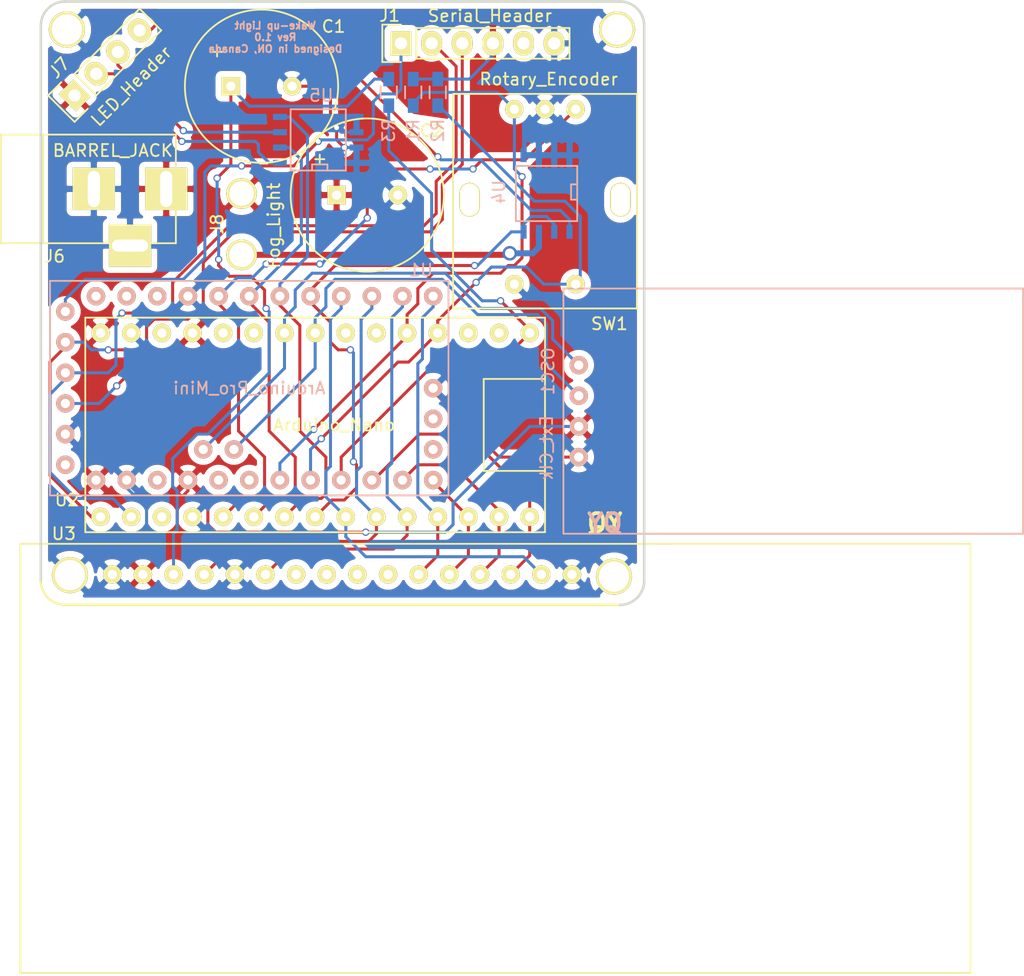
<source format=kicad_pcb>
(kicad_pcb (version 4) (host pcbnew 4.0.1-stable)
  (layers (0 F.Cu signal) (31 B.Cu signal) (34 B.Paste user hide) (35 F.Paste user hide) (36 B.SilkS user) (37 F.SilkS user) (38 B.Mask user hide) (39 F.Mask user hide) (44 Edge.Cuts user hide))
  (net 0 "")
  (net 1 "Net-(C1-Pad1)")
  (net 2 GND)
  (net 3 +12V)
  (net 4 "Net-(J1-Pad1)")
  (net 5 /RX)
  (net 6 /TX)
  (net 7 +5V)
  (net 8 "Net-(J1-Pad5)")
  (net 9 /SCL)
  (net 10 /SDA)
  (net 11 /A1)
  (net 12 /A0)
  (net 13 /D13)
  (net 14 /D2)
  (net 15 "Net-(U1-Pad2)")
  (net 16 "Net-(U1-Pad3)")
  (net 17 /D10)
  (net 18 /D11)
  (net 19 /D12)
  (net 20 "Net-(U1-Pad10)")
  (net 21 "Net-(U1-Pad11)")
  (net 22 "Net-(U1-Pad13)")
  (net 23 "Net-(U1-Pad24)")
  (net 24 /D3)
  (net 25 /D4)
  (net 26 /D5)
  (net 27 /D6)
  (net 28 /D7)
  (net 29 /D8)
  (net 30 /D9)
  (net 31 "Net-(U2-Pad3)")
  (net 32 "Net-(U2-Pad17)")
  (net 33 "Net-(U2-Pad18)")
  (net 34 "Net-(U2-Pad21)")
  (net 35 "Net-(U2-Pad22)")
  (net 36 "Net-(U2-Pad25)")
  (net 37 "Net-(U2-Pad26)")
  (net 38 "Net-(U2-Pad28)")
  (net 39 "Net-(U3-Pad7)")
  (net 40 "Net-(U3-Pad8)")
  (net 41 "Net-(U3-Pad9)")
  (net 42 "Net-(U3-Pad10)")
  (net 43 "Net-(J7-Pad2)")
  (net 44 "Net-(J7-Pad3)")
  (net 45 "Net-(J7-Pad4)")
  (net 46 "Net-(U1-Pad22)")
  (net 47 "Net-(U1-Pad23)")
  (net 48 /FogLightReturn)
  (module "wakeuplight rev1:Cap_Fat_1000uF_25V" (layer F.Cu) (at 81.407 70.358)
    (fp_text reference C2 (at 7.874 -6.604) (layer F.SilkS))
    (fp_text value CP hide)
    (fp_text user + (at -1.397 -4.318) (layer F.SilkS))
    (pad 1 thru_hole rect (at 0 -1.27) (size 1.524 1.524) (drill 0.762) (layers *.Cu *.Mask F.SilkS) (net 3 +12V))
    (pad 2 thru_hole circle (at 5.08 -1.27) (size 1.524 1.524) (drill 0.762) (layers *.Cu *.Mask F.SilkS) (net 2 GND))
  )
  (module Pin_Headers:Pin_Header_Straight_1x04 (layer F.Cu) (at 59.69 60.833 135)
    (fp_text reference J7 (at 2.514472 0.71842 225) (layer F.SilkS))
    (fp_text value LED_Header (at -2.783879 3.86151 225) (layer F.SilkS))
    (pad 1 thru_hole rect (at 0 0 135) (size 2.032 1.7272) (drill 1.016) (layers *.Cu *.Mask F.SilkS) (net 3 +12V))
    (pad 2 thru_hole oval (at 0 2.54 135) (size 2.032 1.7272) (drill 1.016) (layers *.Cu *.Mask F.SilkS) (net 43 "Net-(J7-Pad2)"))
    (pad 3 thru_hole oval (at 0 5.08 135) (size 2.032 1.7272) (drill 1.016) (layers *.Cu *.Mask F.SilkS) (net 44 "Net-(J7-Pad3)"))
    (pad 4 thru_hole oval (at 0 7.62 135) (size 2.032 1.7272) (drill 1.016) (layers *.Cu *.Mask F.SilkS) (net 45 "Net-(J7-Pad4)"))
  )
  (module "wakeuplight rev1:Arduino_Nano" (layer F.Cu) (at 80.899 86.868)
    (fp_text reference U2 (at -21.844 7.493) (layer F.SilkS))
    (fp_text value Arduino_Nano (at 0.3048 1.27) (layer F.SilkS))
    (pad 1 thru_hole circle (at -19.05 8.89) (size 1.524 1.524) (drill 0.762) (layers *.Cu *.Mask F.SilkS) (net 6 /TX))
    (pad 2 thru_hole circle (at -16.51 8.89) (size 1.524 1.524) (drill 0.762) (layers *.Cu *.Mask F.SilkS) (net 5 /RX))
    (pad 3 thru_hole circle (at -13.97 8.89) (size 1.524 1.524) (drill 0.762) (layers *.Cu *.Mask F.SilkS) (net 31 "Net-(U2-Pad3)"))
    (pad 4 thru_hole circle (at -11.43 8.89) (size 1.524 1.524) (drill 0.762) (layers *.Cu *.Mask F.SilkS) (net 2 GND))
    (pad 5 thru_hole circle (at -8.89 8.89) (size 1.524 1.524) (drill 0.762) (layers *.Cu *.Mask F.SilkS) (net 14 /D2))
    (pad 6 thru_hole circle (at -6.35 8.89) (size 1.524 1.524) (drill 0.762) (layers *.Cu *.Mask F.SilkS) (net 24 /D3))
    (pad 7 thru_hole circle (at -3.81 8.89) (size 1.524 1.524) (drill 0.762) (layers *.Cu *.Mask F.SilkS) (net 25 /D4))
    (pad 8 thru_hole circle (at -1.27 8.89) (size 1.524 1.524) (drill 0.762) (layers *.Cu *.Mask F.SilkS) (net 26 /D5))
    (pad 9 thru_hole circle (at 1.27 8.89) (size 1.524 1.524) (drill 0.762) (layers *.Cu *.Mask F.SilkS) (net 27 /D6))
    (pad 10 thru_hole circle (at 3.81 8.89) (size 1.524 1.524) (drill 0.762) (layers *.Cu *.Mask F.SilkS) (net 28 /D7))
    (pad 11 thru_hole circle (at 6.35 8.89) (size 1.524 1.524) (drill 0.762) (layers *.Cu *.Mask F.SilkS) (net 29 /D8))
    (pad 12 thru_hole circle (at 8.89 8.89) (size 1.524 1.524) (drill 0.762) (layers *.Cu *.Mask F.SilkS) (net 30 /D9))
    (pad 13 thru_hole circle (at 11.43 8.89) (size 1.524 1.524) (drill 0.762) (layers *.Cu *.Mask F.SilkS) (net 17 /D10))
    (pad 14 thru_hole circle (at 13.97 8.89) (size 1.524 1.524) (drill 0.762) (layers *.Cu *.Mask F.SilkS) (net 18 /D11))
    (pad 15 thru_hole circle (at 16.51 8.89) (size 1.524 1.524) (drill 0.762) (layers *.Cu *.Mask F.SilkS) (net 19 /D12))
    (pad 16 thru_hole circle (at 16.51 -6.35) (size 1.524 1.524) (drill 0.762) (layers *.Cu *.Mask F.SilkS) (net 13 /D13))
    (pad 17 thru_hole circle (at 13.97 -6.35) (size 1.524 1.524) (drill 0.762) (layers *.Cu *.Mask F.SilkS) (net 32 "Net-(U2-Pad17)"))
    (pad 18 thru_hole circle (at 11.43 -6.35) (size 1.524 1.524) (drill 0.762) (layers *.Cu *.Mask F.SilkS) (net 33 "Net-(U2-Pad18)"))
    (pad 19 thru_hole circle (at 8.89 -6.35) (size 1.524 1.524) (drill 0.762) (layers *.Cu *.Mask F.SilkS) (net 12 /A0))
    (pad 20 thru_hole circle (at 6.35 -6.35) (size 1.524 1.524) (drill 0.762) (layers *.Cu *.Mask F.SilkS) (net 11 /A1))
    (pad 21 thru_hole circle (at 3.81 -6.35) (size 1.524 1.524) (drill 0.762) (layers *.Cu *.Mask F.SilkS) (net 34 "Net-(U2-Pad21)"))
    (pad 22 thru_hole circle (at 1.27 -6.35) (size 1.524 1.524) (drill 0.762) (layers *.Cu *.Mask F.SilkS) (net 35 "Net-(U2-Pad22)"))
    (pad 23 thru_hole circle (at -1.27 -6.35) (size 1.524 1.524) (drill 0.762) (layers *.Cu *.Mask F.SilkS) (net 10 /SDA))
    (pad 24 thru_hole circle (at -3.81 -6.35) (size 1.524 1.524) (drill 0.762) (layers *.Cu *.Mask F.SilkS) (net 9 /SCL))
    (pad 25 thru_hole circle (at -6.35 -6.35) (size 1.524 1.524) (drill 0.762) (layers *.Cu *.Mask F.SilkS) (net 36 "Net-(U2-Pad25)"))
    (pad 26 thru_hole circle (at -8.89 -6.35) (size 1.524 1.524) (drill 0.762) (layers *.Cu *.Mask F.SilkS) (net 37 "Net-(U2-Pad26)"))
    (pad 27 thru_hole circle (at -11.43 -6.35) (size 1.524 1.524) (drill 0.762) (layers *.Cu *.Mask F.SilkS) (net 7 +5V))
    (pad 28 thru_hole circle (at -13.97 -6.35) (size 1.524 1.524) (drill 0.762) (layers *.Cu *.Mask F.SilkS) (net 38 "Net-(U2-Pad28)"))
    (pad 29 thru_hole circle (at -16.51 -6.35) (size 1.524 1.524) (drill 0.762) (layers *.Cu *.Mask F.SilkS) (net 2 GND))
    (pad 30 thru_hole circle (at -19.05 -6.35) (size 1.524 1.524) (drill 0.762) (layers *.Cu *.Mask F.SilkS) (net 3 +12V))
  )
  (module "wakeuplight rev1:Cap_Fat_1000uF_25V" (layer F.Cu) (at 72.644 61.341)
    (fp_text reference C1 (at 8.509 -6.223) (layer F.SilkS))
    (fp_text value CP hide)
    (fp_text user + (at -1.143 -4.191) (layer F.SilkS))
    (pad 1 thru_hole rect (at 0 -1.27) (size 1.524 1.524) (drill 0.762) (layers *.Cu *.Mask F.SilkS) (net 1 "Net-(C1-Pad1)"))
    (pad 2 thru_hole circle (at 5.08 -1.27) (size 1.524 1.524) (drill 0.762) (layers *.Cu *.Mask F.SilkS) (net 2 GND))
  )
  (module Pin_Headers:Pin_Header_Straight_1x06 (layer F.Cu) (at 86.741 56.515 90)
    (fp_text reference J1 (at 2.3114 -0.9398 180) (layer F.SilkS))
    (fp_text value Serial_Header (at 2.286 7.366 180) (layer F.SilkS))
    (pad 1 thru_hole rect (at 0 0 90) (size 2.032 1.7272) (drill 1.016) (layers *.Cu *.Mask F.SilkS) (net 4 "Net-(J1-Pad1)"))
    (pad 2 thru_hole oval (at 0 2.54 90) (size 2.032 1.7272) (drill 1.016) (layers *.Cu *.Mask F.SilkS) (net 5 /RX))
    (pad 3 thru_hole oval (at 0 5.08 90) (size 2.032 1.7272) (drill 1.016) (layers *.Cu *.Mask F.SilkS) (net 6 /TX))
    (pad 4 thru_hole oval (at 0 7.62 90) (size 2.032 1.7272) (drill 1.016) (layers *.Cu *.Mask F.SilkS) (net 7 +5V))
    (pad 5 thru_hole oval (at 0 10.16 90) (size 2.032 1.7272) (drill 1.016) (layers *.Cu *.Mask F.SilkS) (net 8 "Net-(J1-Pad5)"))
    (pad 6 thru_hole oval (at 0 12.7 90) (size 2.032 1.7272) (drill 1.016) (layers *.Cu *.Mask F.SilkS) (net 2 GND))
  )
  (module "wakeuplight rev1:External_Clock" (layer B.Cu) (at 101.473 83.185)
    (fp_text reference OSC1 (at -2.54 0.508 90) (layer B.SilkS) (effects (justify mirror)))
    (fp_text value Ext_Clk (at -2.667 6.858 90) (layer B.SilkS) (effects (justify mirror)))
    (pad 1 thru_hole circle (at 0 0) (size 1.524 1.524) (drill 0.762) (layers *.Cu *.Mask B.SilkS) (net 9 /SCL))
    (pad 2 thru_hole circle (at 0 2.54) (size 1.524 1.524) (drill 0.762) (layers *.Cu *.Mask B.SilkS) (net 10 /SDA))
    (pad 3 thru_hole circle (at 0 5.08) (size 1.524 1.524) (drill 0.762) (layers *.Cu *.Mask B.SilkS) (net 7 +5V))
    (pad 4 thru_hole circle (at 0 7.62) (size 1.524 1.524) (drill 0.762) (layers *.Cu *.Mask B.SilkS) (net 2 GND))
  )
  (module Resistors_SMD:R_0603_HandSoldering (layer B.Cu) (at 87.757 60.579 270)
    (fp_text reference R1 (at 3.175 0 270) (layer B.SilkS) (effects (justify mirror)))
    (fp_text value R hide)
    (pad 1 smd rect (at -1.1 0 270) (size 1.2 0.9) (layers B.Cu B.Paste B.Mask) (net 7 +5V))
    (pad 2 smd rect (at 1.1 0 270) (size 1.2 0.9) (layers B.Cu B.Paste B.Mask) (net 11 /A1))
  )
  (module Resistors_SMD:R_0603_HandSoldering (layer B.Cu) (at 89.789 60.579 270)
    (fp_text reference R2 (at 3.175 0 270) (layer B.SilkS) (effects (justify mirror)))
    (fp_text value R hide)
    (pad 1 smd rect (at -1.1 0 270) (size 1.2 0.9) (layers B.Cu B.Paste B.Mask) (net 7 +5V))
    (pad 2 smd rect (at 1.1 0 270) (size 1.2 0.9) (layers B.Cu B.Paste B.Mask) (net 12 /A0))
  )
  (module Resistors_SMD:R_0603_HandSoldering (layer B.Cu) (at 85.725 60.579 270)
    (fp_text reference R3 (at 3.175 0 270) (layer B.SilkS) (effects (justify mirror)))
    (fp_text value R hide)
    (pad 1 smd rect (at -1.1 0 270) (size 1.2 0.9) (layers B.Cu B.Paste B.Mask) (net 1 "Net-(C1-Pad1)"))
    (pad 2 smd rect (at 1.1 0 270) (size 1.2 0.9) (layers B.Cu B.Paste B.Mask) (net 13 /D13))
  )
  (module "wakeuplight rev1:Push_Button" (layer F.Cu) (at 98.679 61.976 180)
    (fp_text reference SW1 (at -5.334 -17.78 180) (layer F.SilkS))
    (fp_text value Rotary_Encoder (at -0.3048 2.4892 180) (layer F.SilkS))
    (pad 1 thru_hole circle (at -2.54 0 180) (size 1.524 1.524) (drill 0.762) (layers *.Cu *.Mask F.SilkS) (net 14 /D2))
    (pad 2 thru_hole circle (at 0 0 180) (size 1.524 1.524) (drill 0.762) (layers *.Cu *.Mask F.SilkS) (net 2 GND))
    (pad 3 thru_hole circle (at 2.54 0 180) (size 1.524 1.524) (drill 0.762) (layers *.Cu *.Mask F.SilkS) (net 11 /A1))
    (pad 4 thru_hole circle (at 2.54 -14.5 180) (size 1.524 1.524) (drill 0.762) (layers *.Cu *.Mask F.SilkS) (net 2 GND))
    (pad 5 thru_hole circle (at -2.54 -14.5 180) (size 1.524 1.524) (drill 0.762) (layers *.Cu *.Mask F.SilkS) (net 12 /A0))
    (pad 6 thru_hole oval (at 6.25 -7.5 180) (size 1.7 2.8) (drill oval 1.5 2.6) (layers *.Cu *.Mask F.SilkS))
    (pad 7 thru_hole oval (at -6.25 -7.5 180) (size 1.7 2.8) (drill oval 1.5 2.6) (layers *.Cu *.Mask F.SilkS))
  )
  (module "wakeuplight rev1:LCD_16x2" (layer F.Cu) (at 62.8142 133.5532)
    (fp_text reference U3 (at -4.0132 -36.3982) (layer F.SilkS))
    (fp_text value LCD16x2)
    (pad 1 thru_hole circle (at 0 -33.02) (size 1.524 1.524) (drill 0.762) (layers *.Cu *.Mask F.SilkS) (net 2 GND))
    (pad 2 thru_hole circle (at 2.54 -33.02) (size 1.524 1.524) (drill 0.762) (layers *.Cu *.Mask F.SilkS) (net 7 +5V))
    (pad 3 thru_hole circle (at 5.08 -33.02) (size 1.524 1.524) (drill 0.762) (layers *.Cu *.Mask F.SilkS) (net 1 "Net-(C1-Pad1)"))
    (pad 4 thru_hole circle (at 7.62 -33.02) (size 1.524 1.524) (drill 0.762) (layers *.Cu *.Mask F.SilkS) (net 28 /D7))
    (pad 5 thru_hole circle (at 10.16 -33.02) (size 1.524 1.524) (drill 0.762) (layers *.Cu *.Mask F.SilkS) (net 2 GND))
    (pad 6 thru_hole circle (at 12.7 -33.02) (size 1.524 1.524) (drill 0.762) (layers *.Cu *.Mask F.SilkS) (net 29 /D8))
    (pad 7 thru_hole circle (at 15.24 -33.02) (size 1.524 1.524) (drill 0.762) (layers *.Cu *.Mask F.SilkS) (net 39 "Net-(U3-Pad7)"))
    (pad 8 thru_hole circle (at 17.78 -33.02) (size 1.524 1.524) (drill 0.762) (layers *.Cu *.Mask F.SilkS) (net 40 "Net-(U3-Pad8)"))
    (pad 9 thru_hole circle (at 20.32 -33.02) (size 1.524 1.524) (drill 0.762) (layers *.Cu *.Mask F.SilkS) (net 41 "Net-(U3-Pad9)"))
    (pad 10 thru_hole circle (at 22.86 -33.02) (size 1.524 1.524) (drill 0.762) (layers *.Cu *.Mask F.SilkS) (net 42 "Net-(U3-Pad10)"))
    (pad 11 thru_hole circle (at 25.4 -33.02) (size 1.524 1.524) (drill 0.762) (layers *.Cu *.Mask F.SilkS) (net 30 /D9))
    (pad 12 thru_hole circle (at 27.94 -33.02) (size 1.524 1.524) (drill 0.762) (layers *.Cu *.Mask F.SilkS) (net 17 /D10))
    (pad 13 thru_hole circle (at 30.48 -33.02) (size 1.524 1.524) (drill 0.762) (layers *.Cu *.Mask F.SilkS) (net 18 /D11))
    (pad 14 thru_hole circle (at 33.02 -33.02) (size 1.524 1.524) (drill 0.762) (layers *.Cu *.Mask F.SilkS) (net 19 /D12))
    (pad 15 thru_hole circle (at 35.56 -33.02) (size 1.524 1.524) (drill 0.762) (layers *.Cu *.Mask F.SilkS) (net 27 /D6))
    (pad 16 thru_hole circle (at 38.1 -33.02) (size 1.524 1.524) (drill 0.762) (layers *.Cu *.Mask F.SilkS) (net 2 GND))
  )
  (module SMD_Packages:SOIC-8-N (layer B.Cu) (at 98.806 68.961 180)
    (fp_text reference U4 (at 3.937 0.127 270) (layer B.SilkS) (effects (justify mirror)))
    (fp_text value CSD88539ND hide)
    (pad 8 smd rect (at -1.905 3.175 180) (size 0.508 1.143) (layers B.Cu B.Paste B.Mask) (net 2 GND))
    (pad 7 smd rect (at -0.635 3.175 180) (size 0.508 1.143) (layers B.Cu B.Paste B.Mask) (net 2 GND))
    (pad 6 smd rect (at 0.635 3.175 180) (size 0.508 1.143) (layers B.Cu B.Paste B.Mask) (net 2 GND))
    (pad 5 smd rect (at 1.905 3.175 180) (size 0.508 1.143) (layers B.Cu B.Paste B.Mask) (net 2 GND))
    (pad 4 smd rect (at 1.905 -3.175 180) (size 0.508 1.143) (layers B.Cu B.Paste B.Mask) (net 26 /D5))
    (pad 3 smd rect (at 0.635 -3.175 180) (size 0.508 1.143) (layers B.Cu B.Paste B.Mask) (net 48 /FogLightReturn))
    (pad 2 smd rect (at -0.635 -3.175 180) (size 0.508 1.143) (layers B.Cu B.Paste B.Mask) (net 26 /D5))
    (pad 1 smd rect (at -1.905 -3.175 180) (size 0.508 1.143) (layers B.Cu B.Paste B.Mask) (net 45 "Net-(J7-Pad4)"))
  )
  (module SMD_Packages:SOIC-8-N (layer B.Cu) (at 79.883 64.516 90)
    (fp_text reference U5 (at 3.683 0.254 180) (layer B.SilkS) (effects (justify mirror)))
    (fp_text value CSD88539ND hide)
    (pad 8 smd rect (at -1.905 3.175 90) (size 0.508 1.143) (layers B.Cu B.Paste B.Mask) (net 2 GND))
    (pad 7 smd rect (at -0.635 3.175 90) (size 0.508 1.143) (layers B.Cu B.Paste B.Mask) (net 2 GND))
    (pad 6 smd rect (at 0.635 3.175 90) (size 0.508 1.143) (layers B.Cu B.Paste B.Mask) (net 2 GND))
    (pad 5 smd rect (at 1.905 3.175 90) (size 0.508 1.143) (layers B.Cu B.Paste B.Mask) (net 2 GND))
    (pad 4 smd rect (at 1.905 -3.175 90) (size 0.508 1.143) (layers B.Cu B.Paste B.Mask) (net 25 /D4))
    (pad 3 smd rect (at 0.635 -3.175 90) (size 0.508 1.143) (layers B.Cu B.Paste B.Mask) (net 44 "Net-(J7-Pad3)"))
    (pad 2 smd rect (at -0.635 -3.175 90) (size 0.508 1.143) (layers B.Cu B.Paste B.Mask) (net 24 /D3))
    (pad 1 smd rect (at -1.905 -3.175 90) (size 0.508 1.143) (layers B.Cu B.Paste B.Mask) (net 43 "Net-(J7-Pad2)"))
  )
  (module "wakeuplight rev1:2.5mm_MH" (layer F.Cu) (at 59.309 100.584)
    (fp_text reference J4 hide)
    (fp_text value 1/8_MH hide)
    (pad 1 thru_hole circle (at 0 0) (size 3 3) (drill 2.5) (layers *.Cu *.Mask F.SilkS) (net 2 GND))
  )
  (module "wakeuplight rev1:2.5mm_MH" (layer F.Cu) (at 104.648 55.372)
    (fp_text reference J2 hide)
    (fp_text value 1/8_MH hide)
    (pad 1 thru_hole circle (at 0 0) (size 3 3) (drill 2.5) (layers *.Cu *.Mask F.SilkS) (net 2 GND))
  )
  (module "wakeuplight rev1:2.5mm_MH" (layer F.Cu) (at 59.055 55.372)
    (fp_text reference J3 hide)
    (fp_text value 1/8_MH hide)
    (pad 1 thru_hole circle (at 0 0) (size 3 3) (drill 2.5) (layers *.Cu *.Mask F.SilkS) (net 2 GND))
  )
  (module "wakeuplight rev1:2.5mm_MH" (layer F.Cu) (at 104.394 100.711)
    (fp_text reference J5 hide)
    (fp_text value 1/8_MH hide)
    (pad 1 thru_hole circle (at 0 0) (size 3 3) (drill 2.5) (layers *.Cu *.Mask F.SilkS) (net 2 GND))
  )
  (module "wakeuplight rev1:Arduino_Pro_Mini" (layer B.Cu) (at 76.708 83.82 180)
    (fp_text reference U1 (at -11.684 8.509 180) (layer B.SilkS) (effects (justify mirror)))
    (fp_text value Arduino_Pro_Mini (at 2.54 -1.27 180) (layer B.SilkS) (effects (justify mirror)))
    (pad 1 thru_hole circle (at -12.7 -1.27 180) (size 1.524 1.524) (drill 0.762) (layers *.Cu *.Mask B.SilkS) (net 2 GND))
    (pad 2 thru_hole circle (at -12.7 -3.81 180) (size 1.524 1.524) (drill 0.762) (layers *.Cu *.Mask B.SilkS) (net 15 "Net-(U1-Pad2)"))
    (pad 3 thru_hole circle (at -12.7 -6.35 180) (size 1.524 1.524) (drill 0.762) (layers *.Cu *.Mask B.SilkS) (net 16 "Net-(U1-Pad3)"))
    (pad 4 thru_hole circle (at -12.7 -8.89 180) (size 1.524 1.524) (drill 0.762) (layers *.Cu *.Mask B.SilkS) (net 17 /D10))
    (pad 5 thru_hole circle (at -10.16 -8.89 180) (size 1.524 1.524) (drill 0.762) (layers *.Cu *.Mask B.SilkS) (net 18 /D11))
    (pad 6 thru_hole circle (at -7.62 -8.89 180) (size 1.524 1.524) (drill 0.762) (layers *.Cu *.Mask B.SilkS) (net 19 /D12))
    (pad 7 thru_hole circle (at -5.08 -8.89 180) (size 1.524 1.524) (drill 0.762) (layers *.Cu *.Mask B.SilkS) (net 13 /D13))
    (pad 8 thru_hole circle (at -2.54 -8.89 180) (size 1.524 1.524) (drill 0.762) (layers *.Cu *.Mask B.SilkS) (net 12 /A0))
    (pad 9 thru_hole circle (at 0 -8.89 180) (size 1.524 1.524) (drill 0.762) (layers *.Cu *.Mask B.SilkS) (net 11 /A1))
    (pad 10 thru_hole circle (at 2.54 -8.89 180) (size 1.524 1.524) (drill 0.762) (layers *.Cu *.Mask B.SilkS) (net 20 "Net-(U1-Pad10)"))
    (pad 11 thru_hole circle (at 5.08 -8.89 180) (size 1.524 1.524) (drill 0.762) (layers *.Cu *.Mask B.SilkS) (net 21 "Net-(U1-Pad11)"))
    (pad 12 thru_hole circle (at 7.62 -8.89 180) (size 1.524 1.524) (drill 0.762) (layers *.Cu *.Mask B.SilkS) (net 7 +5V))
    (pad 13 thru_hole circle (at 10.16 -8.89 180) (size 1.524 1.524) (drill 0.762) (layers *.Cu *.Mask B.SilkS) (net 22 "Net-(U1-Pad13)"))
    (pad 14 thru_hole circle (at 12.7 -8.89 180) (size 1.524 1.524) (drill 0.762) (layers *.Cu *.Mask B.SilkS) (net 2 GND))
    (pad 15 thru_hole circle (at 15.24 -8.89 180) (size 1.524 1.524) (drill 0.762) (layers *.Cu *.Mask B.SilkS) (net 3 +12V))
    (pad 16 thru_hole circle (at 17.78 -7.62 180) (size 1.524 1.524) (drill 0.762) (layers *.Cu *.Mask B.SilkS))
    (pad 17 thru_hole circle (at 17.78 -5.08 180) (size 1.524 1.524) (drill 0.762) (layers *.Cu *.Mask B.SilkS) (net 2 GND))
    (pad 18 thru_hole circle (at 17.78 -2.54 180) (size 1.524 1.524) (drill 0.762) (layers *.Cu *.Mask B.SilkS) (net 7 +5V))
    (pad 19 thru_hole circle (at 17.78 0 180) (size 1.524 1.524) (drill 0.762) (layers *.Cu *.Mask B.SilkS) (net 5 /RX))
    (pad 20 thru_hole circle (at 17.78 2.54 180) (size 1.524 1.524) (drill 0.762) (layers *.Cu *.Mask B.SilkS) (net 6 /TX))
    (pad 21 thru_hole circle (at 17.78 5.08 180) (size 1.524 1.524) (drill 0.762) (layers *.Cu *.Mask B.SilkS) (net 4 "Net-(J1-Pad1)"))
    (pad 22 thru_hole circle (at 15.24 6.35 180) (size 1.524 1.524) (drill 0.762) (layers *.Cu *.Mask B.SilkS) (net 46 "Net-(U1-Pad22)"))
    (pad 23 thru_hole circle (at 12.7 6.35 180) (size 1.524 1.524) (drill 0.762) (layers *.Cu *.Mask B.SilkS) (net 47 "Net-(U1-Pad23)"))
    (pad 24 thru_hole circle (at 10.16 6.35 180) (size 1.524 1.524) (drill 0.762) (layers *.Cu *.Mask B.SilkS) (net 23 "Net-(U1-Pad24)"))
    (pad 25 thru_hole circle (at 7.62 6.35 180) (size 1.524 1.524) (drill 0.762) (layers *.Cu *.Mask B.SilkS) (net 2 GND))
    (pad 26 thru_hole circle (at 5.08 6.35 180) (size 1.524 1.524) (drill 0.762) (layers *.Cu *.Mask B.SilkS) (net 14 /D2))
    (pad 27 thru_hole circle (at 2.54 6.35 180) (size 1.524 1.524) (drill 0.762) (layers *.Cu *.Mask B.SilkS) (net 24 /D3))
    (pad 28 thru_hole circle (at 0 6.35 180) (size 1.524 1.524) (drill 0.762) (layers *.Cu *.Mask B.SilkS) (net 25 /D4))
    (pad 29 thru_hole circle (at -2.54 6.35 180) (size 1.524 1.524) (drill 0.762) (layers *.Cu *.Mask B.SilkS) (net 26 /D5))
    (pad 30 thru_hole circle (at -5.08 6.35 180) (size 1.524 1.524) (drill 0.762) (layers *.Cu *.Mask B.SilkS) (net 27 /D6))
    (pad 31 thru_hole circle (at -7.62 6.35 180) (size 1.524 1.524) (drill 0.762) (layers *.Cu *.Mask B.SilkS) (net 28 /D7))
    (pad 32 thru_hole circle (at -10.16 6.35 180) (size 1.524 1.524) (drill 0.762) (layers *.Cu *.Mask B.SilkS) (net 29 /D8))
    (pad 33 thru_hole circle (at -12.7 6.35 180) (size 1.524 1.524) (drill 0.762) (layers *.Cu *.Mask B.SilkS) (net 30 /D9))
    (pad 35 thru_hole circle (at 6.35 -6.35 180) (size 1.524 1.524) (drill 0.762) (layers *.Cu *.Mask B.SilkS) (net 9 /SCL))
    (pad 34 thru_hole circle (at 3.81 -6.35 180) (size 1.524 1.524) (drill 0.762) (layers *.Cu *.Mask B.SilkS) (net 10 /SDA))
  )
  (module Connect:BARREL_JACK (layer F.Cu) (at 61.087 68.58)
    (fp_text reference J6 (at -3.048 5.588 180) (layer F.SilkS))
    (fp_text value BARREL_JACK (at 1.778 -3.175 180) (layer F.SilkS))
    (pad 1 thru_hole rect (at 6.20014 0) (size 3.50012 3.50012) (drill oval 1.00076 2.99974) (layers *.Cu *.Mask F.SilkS) (net 3 +12V))
    (pad 2 thru_hole rect (at 0.20066 0) (size 3.50012 3.50012) (drill oval 1.00076 2.99974) (layers *.Cu *.Mask F.SilkS) (net 2 GND))
    (pad 3 thru_hole rect (at 3.2004 4.699) (size 3.50012 3.50012) (drill oval 2.99974 1.00076) (layers *.Cu *.Mask F.SilkS) (net 2 GND))
  )
  (module "wakeuplight rev1:Fog_Light" (layer F.Cu) (at 73.533 68.961 270)
    (fp_text reference J8 (at 2.54 2.032 270) (layer F.SilkS))
    (fp_text value Fog_Light (at 2.667 -2.667 270) (layer F.SilkS))
    (pad 1 thru_hole circle (at 0 0 270) (size 2.54 2.54) (drill 2.032) (layers *.Cu *.Mask F.SilkS) (net 3 +12V))
    (pad 2 thru_hole circle (at 5.08 0 270) (size 2.54 2.54) (drill 2.032) (layers *.Cu *.Mask F.SilkS) (net 48 /FogLightReturn))
  )
  (gr_arc (start 104.8968 55.0508) (end 104.8968 53.0508) (angle 90) (layer F.SilkS) (width 0.2))
  (gr_line (start 106.8968 55.0508) (end 106.8968 101.0508) (angle 90) (layer Edge.Cuts) (width 0.2))
  (gr_arc (start 104.8968 101.0508) (end 106.8968 101.0508) (angle 90) (layer F.SilkS) (width 0.2))
  (gr_line (start 104.8968 103.0508) (end 58.8968 103.0508) (angle 90) (layer F.SilkS) (width 0.2))
  (gr_line (start 56.8968 101.0508) (end 56.8968 55.0508) (angle 90) (layer F.SilkS) (width 0.2))
  (gr_arc (start 58.8968 55.0508) (end 56.8968 55.0508) (angle 90) (layer Edge.Cuts) (width 0.2))
  (gr_line (start 58.8968 53.0508) (end 104.8968 53.0508) (angle 90) (layer F.SilkS) (width 0.2))
  (gr_text YQ (at 103.632 96.266) (layer B.SilkS) (effects (font (size 1.5 1.5) (thickness 0.3))))
  (gr_text YQ (at 103.632 96.266) (layer F.SilkS) (effects (font (size 1.5 1.5) (thickness 0.3)) (justify mirror)))
  (gr_text "Wake-up Light\nRev 1.0\nDesigned in ON, Canada" (at 76.327 56.007) (layer B.SilkS) (effects (font (size 0.6 0.6)) (justify mirror)))
  (gr_line (start 106.8968 55.0508) (end 106.8968 101.0508) (angle 90) (layer F.SilkS) (width 0.2))
  (gr_line (start 58.8968 53.0508) (end 104.8968 53.0508) (angle 90) (layer Edge.Cuts) (width 0.2))
  (gr_line (start 56.8968 101.0508) (end 56.8968 55.0508) (angle 90) (layer Edge.Cuts) (width 0.2))
  (gr_line (start 104.8968 103.0508) (end 58.8968 103.0508) (angle 90) (layer F.SilkS) (width 0.2))
  (gr_arc (start 104.8968 55.0508) (end 104.8968 53.0508) (angle 90) (layer Edge.Cuts) (width 0.2))
  (gr_arc (start 58.8968 55.0508) (end 56.8968 55.0508) (angle 90) (layer F.SilkS) (width 0.2))
  (gr_arc (start 58.8968 101.0508) (end 58.8968 103.0508) (angle 90) (layer F.SilkS) (width 0.2))
  (gr_arc (start 104.8968 101.0508) (end 106.8968 101.0508) (angle 90) (layer Edge.Cuts) (width 0.2))
  (segment (start 67.8942 100.5332) (end 67.8942 97.0788) (width 0.25) (layer B.Cu) (net 1))
  (segment (start 72.644 66.548) (end 72.644 60.071) (width 0.25) (layer F.Cu) (net 1))
  (segment (start 71.501 67.691) (end 72.644 66.548) (width 0.25) (layer F.Cu) (net 1))
  (via (at 71.501 67.691) (size 0.6) (drill 0.4) (layers F.Cu B.Cu) (net 1))
  (segment (start 71.501 70.739) (end 71.501 67.691) (width 0.25) (layer B.Cu) (net 1))
  (segment (start 71.628 70.866) (end 71.501 70.739) (width 0.25) (layer B.Cu) (net 1))
  (segment (start 71.628 74.422) (end 71.628 70.866) (width 0.25) (layer B.Cu) (net 1))
  (via (at 71.628 74.422) (size 0.6) (drill 0.4) (layers F.Cu B.Cu) (net 1))
  (segment (start 71.628 74.93) (end 71.628 74.422) (width 0.25) (layer F.Cu) (net 1))
  (segment (start 72.517 75.819) (end 71.628 74.93) (width 0.25) (layer F.Cu) (net 1))
  (segment (start 74.295 75.819) (end 72.517 75.819) (width 0.25) (layer F.Cu) (net 1))
  (segment (start 75.438 76.962) (end 74.295 75.819) (width 0.25) (layer F.Cu) (net 1))
  (segment (start 75.438 78.359) (end 75.438 76.962) (width 0.25) (layer F.Cu) (net 1))
  (segment (start 75.565 78.486) (end 75.438 78.359) (width 0.25) (layer F.Cu) (net 1))
  (via (at 75.565 78.486) (size 0.6) (drill 0.4) (layers F.Cu B.Cu) (net 1))
  (segment (start 75.819 78.74) (end 75.565 78.486) (width 0.25) (layer B.Cu) (net 1))
  (segment (start 75.819 83.82) (end 75.819 78.74) (width 0.25) (layer B.Cu) (net 1))
  (segment (start 70.739 88.9) (end 75.819 83.82) (width 0.25) (layer B.Cu) (net 1))
  (segment (start 69.85 88.9) (end 70.739 88.9) (width 0.25) (layer B.Cu) (net 1))
  (segment (start 67.818 90.932) (end 69.85 88.9) (width 0.25) (layer B.Cu) (net 1))
  (segment (start 67.818 93.218) (end 67.818 90.932) (width 0.25) (layer B.Cu) (net 1))
  (segment (start 68.199 93.599) (end 67.818 93.218) (width 0.25) (layer B.Cu) (net 1))
  (segment (start 68.199 96.774) (end 68.199 93.599) (width 0.25) (layer B.Cu) (net 1))
  (segment (start 67.8942 97.0788) (end 68.199 96.774) (width 0.25) (layer B.Cu) (net 1))
  (segment (start 72.644 60.071) (end 72.644 60.198) (width 0.25) (layer B.Cu) (net 1))
  (segment (start 72.644 60.198) (end 74.168 61.722) (width 0.25) (layer B.Cu) (net 1))
  (segment (start 74.168 61.722) (end 82.296 61.722) (width 0.25) (layer B.Cu) (net 1))
  (segment (start 82.296 61.722) (end 84.539 59.479) (width 0.25) (layer B.Cu) (net 1))
  (segment (start 84.539 59.479) (end 85.725 59.479) (width 0.25) (layer B.Cu) (net 1))
  (segment (start 83.058 65.151) (end 83.058 66.421) (width 0.25) (layer B.Cu) (net 2))
  (segment (start 83.058 65.151) (end 82.042 65.151) (width 0.25) (layer B.Cu) (net 2))
  (segment (start 81.407 64.516) (end 81.407 63.5) (width 0.25) (layer F.Cu) (net 2))
  (segment (start 82.042 65.151) (end 81.407 64.516) (width 0.25) (layer F.Cu) (net 2))
  (via (at 82.042 65.151) (size 0.6) (drill 0.4) (layers F.Cu B.Cu) (net 2))
  (segment (start 89.408 85.09) (end 89.408 85.344) (width 0.25) (layer F.Cu) (net 2))
  (segment (start 89.408 85.344) (end 94.869 90.805) (width 0.25) (layer F.Cu) (net 2))
  (segment (start 94.869 90.805) (end 101.473 90.805) (width 0.25) (layer F.Cu) (net 2))
  (segment (start 64.008 92.71) (end 64.008 93.345) (width 0.25) (layer B.Cu) (net 2))
  (segment (start 64.008 93.345) (end 65.659 94.996) (width 0.25) (layer B.Cu) (net 2))
  (segment (start 65.659 94.996) (end 65.659 97.6884) (width 0.25) (layer B.Cu) (net 2))
  (segment (start 65.659 97.6884) (end 62.8142 100.5332) (width 0.25) (layer B.Cu) (net 2))
  (segment (start 77.724 60.071) (end 80.264 60.071) (width 0.25) (layer F.Cu) (net 2))
  (segment (start 81.788 63.881) (end 83.058 63.881) (width 0.25) (layer B.Cu) (net 2))
  (segment (start 81.407 63.5) (end 81.788 63.881) (width 0.25) (layer B.Cu) (net 2))
  (via (at 81.407 63.5) (size 0.6) (drill 0.4) (layers F.Cu B.Cu) (net 2))
  (segment (start 80.899 62.992) (end 81.407 63.5) (width 0.25) (layer F.Cu) (net 2))
  (segment (start 80.899 60.706) (end 80.899 62.992) (width 0.25) (layer F.Cu) (net 2))
  (segment (start 80.264 60.071) (end 80.899 60.706) (width 0.25) (layer F.Cu) (net 2))
  (segment (start 86.741 56.515) (end 86.741 60.325) (width 0.25) (layer B.Cu) (net 4))
  (segment (start 86.741 60.325) (end 86.36 60.706) (width 0.25) (layer B.Cu) (net 4))
  (segment (start 86.36 60.706) (end 85.09 60.706) (width 0.25) (layer B.Cu) (net 4))
  (segment (start 85.09 60.706) (end 84.455 61.341) (width 0.25) (layer B.Cu) (net 4))
  (segment (start 84.455 61.341) (end 84.455 64.008) (width 0.25) (layer B.Cu) (net 4))
  (segment (start 84.455 64.008) (end 83.947 64.516) (width 0.25) (layer B.Cu) (net 4))
  (segment (start 83.947 64.516) (end 80.01 64.516) (width 0.25) (layer B.Cu) (net 4))
  (segment (start 80.01 64.516) (end 79.883 64.643) (width 0.25) (layer B.Cu) (net 4))
  (via (at 79.883 64.643) (size 0.6) (drill 0.4) (layers F.Cu B.Cu) (net 4))
  (segment (start 79.883 64.643) (end 77.851 66.675) (width 0.25) (layer F.Cu) (net 4))
  (segment (start 77.851 66.675) (end 73.533 66.675) (width 0.25) (layer F.Cu) (net 4))
  (via (at 73.533 66.675) (size 0.6) (drill 0.4) (layers F.Cu B.Cu) (net 4))
  (segment (start 73.533 66.675) (end 70.993 66.675) (width 0.25) (layer B.Cu) (net 4))
  (segment (start 70.993 66.675) (end 70.485 67.183) (width 0.25) (layer B.Cu) (net 4))
  (segment (start 70.485 67.183) (end 70.485 74.295) (width 0.25) (layer B.Cu) (net 4))
  (segment (start 70.485 74.295) (end 68.707 76.073) (width 0.25) (layer B.Cu) (net 4))
  (segment (start 68.707 76.073) (end 60.579 76.073) (width 0.25) (layer B.Cu) (net 4))
  (segment (start 60.579 76.073) (end 58.928 77.724) (width 0.25) (layer B.Cu) (net 4))
  (segment (start 58.928 77.724) (end 58.928 78.74) (width 0.25) (layer B.Cu) (net 4))
  (segment (start 86.741 56.515) (end 86.614 56.515) (width 0.25) (layer B.Cu) (net 4))
  (segment (start 89.281 56.515) (end 89.408 56.515) (width 0.25) (layer F.Cu) (net 5))
  (segment (start 89.408 56.515) (end 91.313 58.42) (width 0.25) (layer F.Cu) (net 5))
  (segment (start 62.484 83.82) (end 58.928 83.82) (width 0.25) (layer B.Cu) (net 5))
  (segment (start 63.119 83.185) (end 62.484 83.82) (width 0.25) (layer B.Cu) (net 5))
  (segment (start 63.119 79.375) (end 63.119 83.185) (width 0.25) (layer B.Cu) (net 5))
  (segment (start 63.627 78.867) (end 63.119 79.375) (width 0.25) (layer B.Cu) (net 5))
  (via (at 63.627 78.867) (size 0.6) (drill 0.4) (layers F.Cu B.Cu) (net 5))
  (segment (start 67.183 78.867) (end 63.627 78.867) (width 0.25) (layer F.Cu) (net 5))
  (segment (start 67.818 78.232) (end 67.183 78.867) (width 0.25) (layer F.Cu) (net 5))
  (segment (start 67.818 76.327) (end 67.818 78.232) (width 0.25) (layer F.Cu) (net 5))
  (segment (start 72.517 71.628) (end 67.818 76.327) (width 0.25) (layer F.Cu) (net 5))
  (segment (start 88.646 71.628) (end 72.517 71.628) (width 0.25) (layer F.Cu) (net 5))
  (segment (start 89.662 70.612) (end 88.646 71.628) (width 0.25) (layer F.Cu) (net 5))
  (segment (start 89.662 67.945) (end 89.662 70.612) (width 0.25) (layer F.Cu) (net 5))
  (segment (start 91.313 66.294) (end 89.662 67.945) (width 0.25) (layer F.Cu) (net 5))
  (segment (start 91.313 58.42) (end 91.313 66.294) (width 0.25) (layer F.Cu) (net 5))
  (segment (start 89.281 56.515) (end 89.281 57.277) (width 0.25) (layer F.Cu) (net 5))
  (segment (start 58.928 83.82) (end 58.928 84.328) (width 0.25) (layer B.Cu) (net 5))
  (segment (start 58.928 84.328) (end 57.658 85.598) (width 0.25) (layer B.Cu) (net 5))
  (segment (start 57.658 85.598) (end 57.658 92.075) (width 0.25) (layer B.Cu) (net 5))
  (segment (start 57.658 92.075) (end 59.817 94.234) (width 0.25) (layer B.Cu) (net 5))
  (segment (start 59.817 94.234) (end 62.865 94.234) (width 0.25) (layer B.Cu) (net 5))
  (segment (start 62.865 94.234) (end 64.389 95.758) (width 0.25) (layer B.Cu) (net 5))
  (segment (start 58.928 81.28) (end 60.452 81.28) (width 0.25) (layer B.Cu) (net 6))
  (segment (start 91.821 66.548) (end 91.821 56.515) (width 0.25) (layer F.Cu) (net 6))
  (segment (start 90.17 68.199) (end 91.821 66.548) (width 0.25) (layer F.Cu) (net 6))
  (segment (start 90.17 71.12) (end 90.17 68.199) (width 0.25) (layer F.Cu) (net 6))
  (segment (start 89.154 72.136) (end 90.17 71.12) (width 0.25) (layer F.Cu) (net 6))
  (segment (start 72.898 72.136) (end 89.154 72.136) (width 0.25) (layer F.Cu) (net 6))
  (segment (start 70.358 74.676) (end 72.898 72.136) (width 0.25) (layer F.Cu) (net 6))
  (segment (start 70.358 78.105) (end 70.358 74.676) (width 0.25) (layer F.Cu) (net 6))
  (segment (start 69.088 79.375) (end 70.358 78.105) (width 0.25) (layer F.Cu) (net 6))
  (segment (start 66.294 79.375) (end 69.088 79.375) (width 0.25) (layer F.Cu) (net 6))
  (segment (start 65.659 80.01) (end 66.294 79.375) (width 0.25) (layer F.Cu) (net 6))
  (segment (start 65.659 81.28) (end 65.659 80.01) (width 0.25) (layer F.Cu) (net 6))
  (segment (start 65.024 81.915) (end 65.659 81.28) (width 0.25) (layer F.Cu) (net 6))
  (segment (start 62.484 81.915) (end 65.024 81.915) (width 0.25) (layer F.Cu) (net 6))
  (via (at 62.484 81.915) (size 0.6) (drill 0.4) (layers F.Cu B.Cu) (net 6))
  (segment (start 61.087 81.915) (end 62.484 81.915) (width 0.25) (layer B.Cu) (net 6))
  (segment (start 60.452 81.28) (end 61.087 81.915) (width 0.25) (layer B.Cu) (net 6))
  (segment (start 59.055 81.28) (end 58.928 81.28) (width 0.25) (layer B.Cu) (net 6))
  (segment (start 58.928 81.28) (end 58.928 81.661) (width 0.25) (layer F.Cu) (net 6))
  (segment (start 58.928 81.661) (end 57.658 82.931) (width 0.25) (layer F.Cu) (net 6))
  (segment (start 57.658 82.931) (end 57.658 92.329) (width 0.25) (layer F.Cu) (net 6))
  (segment (start 57.658 92.329) (end 61.087 95.758) (width 0.25) (layer F.Cu) (net 6))
  (segment (start 61.087 95.758) (end 61.849 95.758) (width 0.25) (layer F.Cu) (net 6))
  (segment (start 89.789 59.479) (end 87.757 59.479) (width 0.25) (layer B.Cu) (net 7))
  (segment (start 94.361 56.515) (end 94.361 57.531) (width 0.25) (layer B.Cu) (net 7))
  (segment (start 94.361 57.531) (end 92.413 59.479) (width 0.25) (layer B.Cu) (net 7))
  (segment (start 92.413 59.479) (end 89.789 59.479) (width 0.25) (layer B.Cu) (net 7))
  (segment (start 58.928 86.36) (end 61.722 86.36) (width 0.25) (layer B.Cu) (net 7))
  (segment (start 65.913 84.074) (end 69.469 80.518) (width 0.25) (layer F.Cu) (net 7))
  (segment (start 64.008 84.074) (end 65.913 84.074) (width 0.25) (layer F.Cu) (net 7))
  (segment (start 63.1825 84.8995) (end 64.008 84.074) (width 0.25) (layer F.Cu) (net 7))
  (via (at 63.1825 84.8995) (size 0.6) (drill 0.4) (layers F.Cu B.Cu) (net 7))
  (segment (start 61.722 86.36) (end 63.1825 84.8995) (width 0.25) (layer B.Cu) (net 7))
  (segment (start 69.469 80.518) (end 69.469 80.645) (width 0.25) (layer F.Cu) (net 7))
  (segment (start 101.473 88.265) (end 97.409 88.265) (width 0.25) (layer B.Cu) (net 7))
  (segment (start 97.409 88.265) (end 91.059 94.615) (width 0.25) (layer B.Cu) (net 7))
  (segment (start 91.059 94.615) (end 91.059 96.393) (width 0.25) (layer B.Cu) (net 7))
  (segment (start 91.059 96.393) (end 90.424 97.028) (width 0.25) (layer B.Cu) (net 7))
  (segment (start 90.424 97.028) (end 83.82 97.028) (width 0.25) (layer B.Cu) (net 7))
  (via (at 83.82 97.028) (size 0.6) (drill 0.4) (layers F.Cu B.Cu) (net 7))
  (segment (start 83.82 97.028) (end 71.755 97.028) (width 0.25) (layer F.Cu) (net 7))
  (segment (start 71.755 97.028) (end 71.374 97.028) (width 0.25) (layer F.Cu) (net 7))
  (segment (start 71.374 97.028) (end 70.739 96.393) (width 0.25) (layer F.Cu) (net 7))
  (segment (start 70.739 96.393) (end 70.739 94.361) (width 0.25) (layer F.Cu) (net 7))
  (segment (start 70.739 94.361) (end 69.088 92.71) (width 0.25) (layer F.Cu) (net 7))
  (segment (start 69.088 92.71) (end 69.088 93.599) (width 0.25) (layer F.Cu) (net 7))
  (segment (start 69.088 93.599) (end 68.199 94.488) (width 0.25) (layer F.Cu) (net 7))
  (segment (start 68.199 94.488) (end 68.199 97.6884) (width 0.25) (layer F.Cu) (net 7))
  (segment (start 68.199 97.6884) (end 65.3542 100.5332) (width 0.25) (layer F.Cu) (net 7))
  (segment (start 77.089 80.518) (end 77.089 79.248) (width 0.25) (layer B.Cu) (net 9))
  (segment (start 99.314 81.026) (end 101.473 83.185) (width 0.25) (layer B.Cu) (net 9))
  (segment (start 99.314 79.502) (end 99.314 81.026) (width 0.25) (layer B.Cu) (net 9))
  (segment (start 98.298 78.486) (end 99.314 79.502) (width 0.25) (layer B.Cu) (net 9))
  (segment (start 93.345 78.486) (end 98.298 78.486) (width 0.25) (layer B.Cu) (net 9))
  (segment (start 90.424 75.565) (end 93.345 78.486) (width 0.25) (layer B.Cu) (net 9))
  (segment (start 79.375 75.565) (end 90.424 75.565) (width 0.25) (layer B.Cu) (net 9))
  (segment (start 77.978 76.962) (end 79.375 75.565) (width 0.25) (layer B.Cu) (net 9))
  (segment (start 77.978 78.359) (end 77.978 76.962) (width 0.25) (layer B.Cu) (net 9))
  (segment (start 77.089 79.248) (end 77.978 78.359) (width 0.25) (layer B.Cu) (net 9))
  (segment (start 77.089 80.518) (end 77.089 83.439) (width 0.25) (layer B.Cu) (net 9))
  (segment (start 77.089 83.439) (end 70.358 90.17) (width 0.25) (layer B.Cu) (net 9))
  (segment (start 79.629 80.518) (end 79.629 79.248) (width 0.25) (layer B.Cu) (net 10))
  (segment (start 98.806 83.058) (end 101.473 85.725) (width 0.25) (layer B.Cu) (net 10))
  (segment (start 98.806 79.756) (end 98.806 83.058) (width 0.25) (layer B.Cu) (net 10))
  (segment (start 98.044 78.994) (end 98.806 79.756) (width 0.25) (layer B.Cu) (net 10))
  (segment (start 93.091 78.994) (end 98.044 78.994) (width 0.25) (layer B.Cu) (net 10))
  (segment (start 90.17 76.073) (end 93.091 78.994) (width 0.25) (layer B.Cu) (net 10))
  (segment (start 81.28 76.073) (end 90.17 76.073) (width 0.25) (layer B.Cu) (net 10))
  (segment (start 80.518 76.835) (end 81.28 76.073) (width 0.25) (layer B.Cu) (net 10))
  (segment (start 80.518 78.359) (end 80.518 76.835) (width 0.25) (layer B.Cu) (net 10))
  (segment (start 79.629 79.248) (end 80.518 78.359) (width 0.25) (layer B.Cu) (net 10))
  (segment (start 79.629 80.518) (end 79.629 83.439) (width 0.25) (layer B.Cu) (net 10))
  (segment (start 79.629 83.439) (end 72.898 90.17) (width 0.25) (layer B.Cu) (net 10))
  (segment (start 87.249 80.518) (end 87.249 78.994) (width 0.25) (layer F.Cu) (net 11))
  (segment (start 96.139 66.929) (end 96.139 61.976) (width 0.25) (layer B.Cu) (net 11))
  (segment (start 96.774 67.564) (end 96.139 66.929) (width 0.25) (layer B.Cu) (net 11))
  (via (at 96.774 67.564) (size 0.6) (drill 0.4) (layers F.Cu B.Cu) (net 11))
  (segment (start 96.774 74.295) (end 96.774 67.564) (width 0.25) (layer F.Cu) (net 11))
  (segment (start 96.139 74.93) (end 96.774 74.295) (width 0.25) (layer F.Cu) (net 11))
  (segment (start 95.631 74.93) (end 96.139 74.93) (width 0.25) (layer F.Cu) (net 11))
  (segment (start 94.996 75.565) (end 95.631 74.93) (width 0.25) (layer F.Cu) (net 11))
  (segment (start 89.408 75.565) (end 94.996 75.565) (width 0.25) (layer F.Cu) (net 11))
  (segment (start 88.138 76.835) (end 89.408 75.565) (width 0.25) (layer F.Cu) (net 11))
  (segment (start 88.138 78.105) (end 88.138 76.835) (width 0.25) (layer F.Cu) (net 11))
  (segment (start 87.249 78.994) (end 88.138 78.105) (width 0.25) (layer F.Cu) (net 11))
  (segment (start 76.708 92.71) (end 76.708 91.313) (width 0.25) (layer B.Cu) (net 11))
  (segment (start 79.502 88.519) (end 87.249 80.772) (width 0.25) (layer F.Cu) (net 11))
  (via (at 79.502 88.519) (size 0.6) (drill 0.4) (layers F.Cu B.Cu) (net 11))
  (segment (start 76.708 91.313) (end 79.502 88.519) (width 0.25) (layer B.Cu) (net 11))
  (segment (start 87.249 80.772) (end 87.249 80.518) (width 0.25) (layer F.Cu) (net 11))
  (segment (start 87.757 61.679) (end 87.757 61.468) (width 0.25) (layer B.Cu) (net 11))
  (segment (start 87.757 61.468) (end 88.646 60.579) (width 0.25) (layer B.Cu) (net 11))
  (segment (start 88.646 60.579) (end 94.742 60.579) (width 0.25) (layer B.Cu) (net 11))
  (segment (start 94.742 60.579) (end 96.139 61.976) (width 0.25) (layer B.Cu) (net 11))
  (segment (start 79.248 92.71) (end 79.248 90.17) (width 0.25) (layer B.Cu) (net 12))
  (segment (start 87.376 82.931) (end 89.789 80.518) (width 0.25) (layer F.Cu) (net 12))
  (segment (start 86.487 82.931) (end 87.376 82.931) (width 0.25) (layer F.Cu) (net 12))
  (segment (start 80.137 89.281) (end 86.487 82.931) (width 0.25) (layer F.Cu) (net 12))
  (via (at 80.137 89.281) (size 0.6) (drill 0.4) (layers F.Cu B.Cu) (net 12))
  (segment (start 79.248 90.17) (end 80.137 89.281) (width 0.25) (layer B.Cu) (net 12))
  (segment (start 101.219 76.476) (end 98.574 76.476) (width 0.25) (layer B.Cu) (net 12))
  (segment (start 89.789 79.502) (end 89.789 80.518) (width 0.25) (layer F.Cu) (net 12))
  (segment (start 92.964 76.327) (end 89.789 79.502) (width 0.25) (layer F.Cu) (net 12))
  (via (at 92.964 76.327) (size 0.6) (drill 0.4) (layers F.Cu B.Cu) (net 12))
  (segment (start 94.234 75.057) (end 92.964 76.327) (width 0.25) (layer B.Cu) (net 12))
  (segment (start 97.155 75.057) (end 94.234 75.057) (width 0.25) (layer B.Cu) (net 12))
  (segment (start 98.574 76.476) (end 97.155 75.057) (width 0.25) (layer B.Cu) (net 12))
  (segment (start 89.789 61.679) (end 89.873 61.679) (width 0.25) (layer B.Cu) (net 12))
  (segment (start 89.873 61.679) (end 97.79 69.596) (width 0.25) (layer B.Cu) (net 12))
  (segment (start 97.79 69.596) (end 100.33 69.596) (width 0.25) (layer B.Cu) (net 12))
  (segment (start 100.33 69.596) (end 101.6 70.866) (width 0.25) (layer B.Cu) (net 12))
  (segment (start 101.6 70.866) (end 101.6 76.095) (width 0.25) (layer B.Cu) (net 12))
  (segment (start 101.6 76.095) (end 101.219 76.476) (width 0.25) (layer B.Cu) (net 12))
  (segment (start 81.788 92.71) (end 81.788 90.805) (width 0.25) (layer F.Cu) (net 13))
  (segment (start 94.234 83.693) (end 97.409 80.518) (width 0.25) (layer F.Cu) (net 13))
  (segment (start 88.9 83.693) (end 94.234 83.693) (width 0.25) (layer F.Cu) (net 13))
  (segment (start 81.788 90.805) (end 88.9 83.693) (width 0.25) (layer F.Cu) (net 13))
  (segment (start 85.725 61.679) (end 85.725 65.405) (width 0.25) (layer B.Cu) (net 13))
  (segment (start 94.996 77.851) (end 97.409 80.264) (width 0.25) (layer F.Cu) (net 13))
  (via (at 94.996 77.851) (size 0.6) (drill 0.4) (layers F.Cu B.Cu) (net 13))
  (segment (start 93.472 77.851) (end 94.996 77.851) (width 0.25) (layer B.Cu) (net 13))
  (segment (start 89.281 73.66) (end 93.472 77.851) (width 0.25) (layer B.Cu) (net 13))
  (segment (start 89.281 68.961) (end 89.281 73.66) (width 0.25) (layer B.Cu) (net 13))
  (segment (start 85.725 65.405) (end 89.281 68.961) (width 0.25) (layer B.Cu) (net 13))
  (segment (start 97.409 80.264) (end 97.409 80.518) (width 0.25) (layer F.Cu) (net 13))
  (segment (start 101.219 61.976) (end 97.028 66.167) (width 0.25) (layer F.Cu) (net 14))
  (segment (start 73.152 75.946) (end 71.628 77.47) (width 0.25) (layer B.Cu) (net 14))
  (segment (start 74.422 75.946) (end 73.152 75.946) (width 0.25) (layer B.Cu) (net 14))
  (segment (start 75.565 74.803) (end 74.422 75.946) (width 0.25) (layer B.Cu) (net 14))
  (via (at 75.565 74.803) (size 0.6) (drill 0.4) (layers F.Cu B.Cu) (net 14))
  (segment (start 79.629 74.803) (end 75.565 74.803) (width 0.25) (layer F.Cu) (net 14))
  (segment (start 80.01 74.803) (end 79.629 74.803) (width 0.25) (layer F.Cu) (net 14))
  (via (at 80.01 74.803) (size 0.6) (drill 0.4) (layers F.Cu B.Cu) (net 14))
  (segment (start 80.137 74.93) (end 80.01 74.803) (width 0.25) (layer B.Cu) (net 14))
  (segment (start 80.391 74.549) (end 80.137 74.93) (width 0.25) (layer B.Cu) (net 14))
  (segment (start 83.947 70.993) (end 80.391 74.549) (width 0.25) (layer B.Cu) (net 14))
  (via (at 83.947 70.993) (size 0.6) (drill 0.4) (layers F.Cu B.Cu) (net 14))
  (segment (start 83.947 68.072) (end 83.947 70.993) (width 0.25) (layer F.Cu) (net 14))
  (segment (start 85.09 66.929) (end 83.947 68.072) (width 0.25) (layer F.Cu) (net 14))
  (segment (start 89.154 66.929) (end 85.09 66.929) (width 0.25) (layer F.Cu) (net 14))
  (via (at 89.154 66.929) (size 0.6) (drill 0.4) (layers F.Cu B.Cu) (net 14))
  (segment (start 92.71 66.929) (end 89.154 66.929) (width 0.25) (layer B.Cu) (net 14))
  (via (at 92.71 66.929) (size 0.6) (drill 0.4) (layers F.Cu B.Cu) (net 14))
  (segment (start 93.472 66.167) (end 92.71 66.929) (width 0.25) (layer F.Cu) (net 14))
  (segment (start 97.028 66.167) (end 93.472 66.167) (width 0.25) (layer F.Cu) (net 14))
  (segment (start 71.628 77.47) (end 71.628 78.105) (width 0.25) (layer F.Cu) (net 14))
  (segment (start 71.628 78.105) (end 73.279 79.756) (width 0.25) (layer F.Cu) (net 14))
  (segment (start 73.279 79.756) (end 73.279 88.646) (width 0.25) (layer F.Cu) (net 14))
  (segment (start 73.279 88.646) (end 75.438 90.805) (width 0.25) (layer F.Cu) (net 14))
  (segment (start 75.438 90.805) (end 75.438 93.472) (width 0.25) (layer F.Cu) (net 14))
  (segment (start 75.438 93.472) (end 74.549 94.361) (width 0.25) (layer F.Cu) (net 14))
  (segment (start 74.549 94.361) (end 73.406 94.361) (width 0.25) (layer F.Cu) (net 14))
  (segment (start 73.406 94.361) (end 72.009 95.758) (width 0.25) (layer F.Cu) (net 14))
  (segment (start 92.329 95.758) (end 92.329 98.9584) (width 0.25) (layer F.Cu) (net 17))
  (segment (start 92.329 98.9584) (end 90.7542 100.5332) (width 0.25) (layer F.Cu) (net 17))
  (segment (start 89.408 92.71) (end 89.408 92.837) (width 0.25) (layer F.Cu) (net 17))
  (segment (start 89.408 92.837) (end 92.329 95.758) (width 0.25) (layer F.Cu) (net 17))
  (segment (start 94.869 95.758) (end 94.869 98.9584) (width 0.25) (layer F.Cu) (net 18))
  (segment (start 94.869 98.9584) (end 93.2942 100.5332) (width 0.25) (layer F.Cu) (net 18))
  (segment (start 86.868 92.71) (end 88.138 91.44) (width 0.25) (layer F.Cu) (net 18))
  (segment (start 91.059 91.44) (end 94.869 95.25) (width 0.25) (layer F.Cu) (net 18))
  (segment (start 88.138 91.44) (end 91.059 91.44) (width 0.25) (layer F.Cu) (net 18))
  (segment (start 94.869 95.25) (end 94.869 95.758) (width 0.25) (layer F.Cu) (net 18))
  (segment (start 97.409 95.758) (end 97.409 98.9584) (width 0.25) (layer F.Cu) (net 19))
  (segment (start 97.409 98.9584) (end 95.8342 100.5332) (width 0.25) (layer F.Cu) (net 19))
  (segment (start 84.328 92.71) (end 84.455 92.71) (width 0.25) (layer F.Cu) (net 19))
  (segment (start 84.455 92.71) (end 88.265 88.9) (width 0.25) (layer F.Cu) (net 19))
  (segment (start 88.265 88.9) (end 92.202 88.9) (width 0.25) (layer F.Cu) (net 19))
  (segment (start 92.202 88.9) (end 97.409 94.107) (width 0.25) (layer F.Cu) (net 19))
  (segment (start 97.409 94.107) (end 97.409 95.758) (width 0.25) (layer F.Cu) (net 19))
  (segment (start 76.708 65.151) (end 77.47 65.151) (width 0.25) (layer B.Cu) (net 24))
  (segment (start 78.486 73.152) (end 74.168 77.47) (width 0.25) (layer B.Cu) (net 24))
  (segment (start 78.486 66.167) (end 78.486 73.152) (width 0.25) (layer B.Cu) (net 24))
  (segment (start 77.47 65.151) (end 78.486 66.167) (width 0.25) (layer B.Cu) (net 24))
  (segment (start 74.168 77.47) (end 74.168 77.978) (width 0.25) (layer F.Cu) (net 24))
  (segment (start 74.168 77.978) (end 75.819 79.629) (width 0.25) (layer F.Cu) (net 24))
  (segment (start 76.073 94.234) (end 74.549 95.758) (width 0.25) (layer F.Cu) (net 24))
  (segment (start 77.47 94.234) (end 76.073 94.234) (width 0.25) (layer F.Cu) (net 24))
  (segment (start 77.978 93.726) (end 77.47 94.234) (width 0.25) (layer F.Cu) (net 24))
  (segment (start 77.978 90.805) (end 77.978 93.726) (width 0.25) (layer F.Cu) (net 24))
  (segment (start 75.819 88.646) (end 77.978 90.805) (width 0.25) (layer F.Cu) (net 24))
  (segment (start 75.819 79.629) (end 75.819 88.646) (width 0.25) (layer F.Cu) (net 24))
  (segment (start 74.168 77.47) (end 74.168 77.724) (width 0.25) (layer F.Cu) (net 24))
  (segment (start 76.708 62.611) (end 77.47 62.611) (width 0.25) (layer B.Cu) (net 25))
  (segment (start 76.708 76.454) (end 76.708 77.47) (width 0.25) (layer B.Cu) (net 25))
  (segment (start 78.994 74.168) (end 76.708 76.454) (width 0.25) (layer B.Cu) (net 25))
  (segment (start 78.994 64.135) (end 78.994 74.168) (width 0.25) (layer B.Cu) (net 25))
  (segment (start 77.47 62.611) (end 78.994 64.135) (width 0.25) (layer B.Cu) (net 25))
  (segment (start 76.708 77.47) (end 76.708 78.232) (width 0.25) (layer F.Cu) (net 25))
  (segment (start 76.708 78.232) (end 78.359 79.883) (width 0.25) (layer F.Cu) (net 25))
  (segment (start 78.359 79.883) (end 78.359 88.646) (width 0.25) (layer F.Cu) (net 25))
  (segment (start 78.359 88.646) (end 80.518 90.805) (width 0.25) (layer F.Cu) (net 25))
  (segment (start 80.518 90.805) (end 80.518 93.853) (width 0.25) (layer F.Cu) (net 25))
  (segment (start 80.518 93.853) (end 80.137 94.234) (width 0.25) (layer F.Cu) (net 25))
  (segment (start 80.137 94.234) (end 78.613 94.234) (width 0.25) (layer F.Cu) (net 25))
  (segment (start 78.613 94.234) (end 77.089 95.758) (width 0.25) (layer F.Cu) (net 25))
  (segment (start 96.901 72.136) (end 95.885 72.136) (width 0.25) (layer B.Cu) (net 26))
  (segment (start 81.28 74.93) (end 79.248 76.962) (width 0.25) (layer F.Cu) (net 26))
  (segment (start 92.837 74.93) (end 81.28 74.93) (width 0.25) (layer F.Cu) (net 26))
  (via (at 92.837 74.93) (size 0.6) (drill 0.4) (layers F.Cu B.Cu) (net 26))
  (segment (start 93.091 74.93) (end 92.837 74.93) (width 0.25) (layer B.Cu) (net 26))
  (segment (start 95.885 72.136) (end 93.091 74.93) (width 0.25) (layer B.Cu) (net 26))
  (segment (start 79.248 76.962) (end 79.248 77.47) (width 0.25) (layer F.Cu) (net 26))
  (segment (start 99.441 72.136) (end 99.441 71.501) (width 0.25) (layer B.Cu) (net 26))
  (segment (start 96.901 71.501) (end 96.901 72.136) (width 0.25) (layer B.Cu) (net 26))
  (segment (start 97.536 70.866) (end 96.901 71.501) (width 0.25) (layer B.Cu) (net 26))
  (segment (start 98.806 70.866) (end 97.536 70.866) (width 0.25) (layer B.Cu) (net 26))
  (segment (start 99.441 71.501) (end 98.806 70.866) (width 0.25) (layer B.Cu) (net 26))
  (segment (start 79.248 77.47) (end 79.248 77.978) (width 0.25) (layer F.Cu) (net 26))
  (segment (start 79.248 77.978) (end 80.899 79.629) (width 0.25) (layer F.Cu) (net 26))
  (segment (start 81.026 94.361) (end 79.629 95.758) (width 0.25) (layer F.Cu) (net 26))
  (segment (start 82.042 94.361) (end 81.026 94.361) (width 0.25) (layer F.Cu) (net 26))
  (segment (start 83.058 93.345) (end 82.042 94.361) (width 0.25) (layer F.Cu) (net 26))
  (segment (start 83.058 91.44) (end 83.058 93.345) (width 0.25) (layer F.Cu) (net 26))
  (segment (start 82.804 91.186) (end 83.058 91.44) (width 0.25) (layer F.Cu) (net 26))
  (via (at 82.804 91.186) (size 0.6) (drill 0.4) (layers F.Cu B.Cu) (net 26))
  (segment (start 82.804 82.169) (end 82.804 91.186) (width 0.25) (layer B.Cu) (net 26))
  (segment (start 82.55 81.915) (end 82.804 82.169) (width 0.25) (layer B.Cu) (net 26))
  (via (at 82.55 81.915) (size 0.6) (drill 0.4) (layers F.Cu B.Cu) (net 26))
  (segment (start 81.534 81.915) (end 82.55 81.915) (width 0.25) (layer F.Cu) (net 26))
  (segment (start 80.899 81.28) (end 81.534 81.915) (width 0.25) (layer F.Cu) (net 26))
  (segment (start 80.899 79.629) (end 80.899 81.28) (width 0.25) (layer F.Cu) (net 26))
  (segment (start 79.248 77.47) (end 79.248 78.105) (width 0.25) (layer F.Cu) (net 26))
  (segment (start 82.169 95.758) (end 82.169 97.409) (width 0.25) (layer B.Cu) (net 27))
  (segment (start 96.901 99.06) (end 98.3742 100.5332) (width 0.25) (layer B.Cu) (net 27))
  (segment (start 83.82 99.06) (end 96.901 99.06) (width 0.25) (layer B.Cu) (net 27))
  (segment (start 82.169 97.409) (end 83.82 99.06) (width 0.25) (layer B.Cu) (net 27))
  (segment (start 82.169 96.266) (end 82.169 95.758) (width 0.25) (layer B.Cu) (net 27))
  (segment (start 81.788 77.47) (end 81.788 78.486) (width 0.25) (layer B.Cu) (net 27))
  (segment (start 80.518 94.107) (end 82.169 95.758) (width 0.25) (layer B.Cu) (net 27))
  (segment (start 80.518 91.948) (end 80.518 94.107) (width 0.25) (layer B.Cu) (net 27))
  (segment (start 80.899 91.567) (end 80.518 91.948) (width 0.25) (layer B.Cu) (net 27))
  (segment (start 80.899 79.375) (end 80.899 91.567) (width 0.25) (layer B.Cu) (net 27))
  (segment (start 81.788 78.486) (end 80.899 79.375) (width 0.25) (layer B.Cu) (net 27))
  (segment (start 84.709 95.758) (end 84.709 97.155) (width 0.25) (layer F.Cu) (net 28))
  (segment (start 73.1774 97.79) (end 70.4342 100.5332) (width 0.25) (layer F.Cu) (net 28))
  (segment (start 84.074 97.79) (end 73.1774 97.79) (width 0.25) (layer F.Cu) (net 28))
  (segment (start 84.709 97.155) (end 84.074 97.79) (width 0.25) (layer F.Cu) (net 28))
  (segment (start 84.328 77.47) (end 84.328 78.486) (width 0.25) (layer B.Cu) (net 28))
  (segment (start 83.058 94.107) (end 84.709 95.758) (width 0.25) (layer B.Cu) (net 28))
  (segment (start 83.058 91.948) (end 83.058 94.107) (width 0.25) (layer B.Cu) (net 28))
  (segment (start 83.439 91.567) (end 83.058 91.948) (width 0.25) (layer B.Cu) (net 28))
  (segment (start 83.439 79.375) (end 83.439 91.567) (width 0.25) (layer B.Cu) (net 28))
  (segment (start 84.328 78.486) (end 83.439 79.375) (width 0.25) (layer B.Cu) (net 28))
  (segment (start 87.249 95.758) (end 87.249 97.282) (width 0.25) (layer F.Cu) (net 29))
  (segment (start 77.6224 98.425) (end 75.5142 100.5332) (width 0.25) (layer F.Cu) (net 29))
  (segment (start 86.106 98.425) (end 77.6224 98.425) (width 0.25) (layer F.Cu) (net 29))
  (segment (start 87.249 97.282) (end 86.106 98.425) (width 0.25) (layer F.Cu) (net 29))
  (segment (start 86.868 77.47) (end 86.868 78.359) (width 0.25) (layer B.Cu) (net 29))
  (segment (start 85.598 94.107) (end 87.249 95.758) (width 0.25) (layer B.Cu) (net 29))
  (segment (start 85.598 91.694) (end 85.598 94.107) (width 0.25) (layer B.Cu) (net 29))
  (segment (start 85.979 91.313) (end 85.598 91.694) (width 0.25) (layer B.Cu) (net 29))
  (segment (start 85.979 79.248) (end 85.979 91.313) (width 0.25) (layer B.Cu) (net 29))
  (segment (start 86.868 78.359) (end 85.979 79.248) (width 0.25) (layer B.Cu) (net 29))
  (segment (start 89.789 95.758) (end 89.789 98.9584) (width 0.25) (layer F.Cu) (net 30))
  (segment (start 89.789 98.9584) (end 88.2142 100.5332) (width 0.25) (layer F.Cu) (net 30))
  (segment (start 89.408 77.47) (end 89.408 78.359) (width 0.25) (layer B.Cu) (net 30))
  (segment (start 88.138 94.107) (end 89.789 95.758) (width 0.25) (layer B.Cu) (net 30))
  (segment (start 88.138 83.058) (end 88.138 94.107) (width 0.25) (layer B.Cu) (net 30))
  (segment (start 88.519 82.677) (end 88.138 83.058) (width 0.25) (layer B.Cu) (net 30))
  (segment (start 88.519 79.248) (end 88.519 82.677) (width 0.25) (layer B.Cu) (net 30))
  (segment (start 89.408 78.359) (end 88.519 79.248) (width 0.25) (layer B.Cu) (net 30))
  (segment (start 76.708 66.421) (end 75.819 66.421) (width 0.25) (layer B.Cu) (net 43))
  (segment (start 62.973949 59.036949) (end 61.486051 59.036949) (width 0.25) (layer F.Cu) (net 43))
  (segment (start 68.58 64.643) (end 62.973949 59.036949) (width 0.25) (layer F.Cu) (net 43))
  (via (at 68.58 64.643) (size 0.6) (drill 0.4) (layers F.Cu B.Cu) (net 43))
  (segment (start 74.676 64.643) (end 68.58 64.643) (width 0.25) (layer B.Cu) (net 43))
  (segment (start 74.93 64.897) (end 74.676 64.643) (width 0.25) (layer B.Cu) (net 43))
  (segment (start 74.93 65.532) (end 74.93 64.897) (width 0.25) (layer B.Cu) (net 43))
  (segment (start 75.819 66.421) (end 74.93 65.532) (width 0.25) (layer B.Cu) (net 43))
  (segment (start 63.282102 57.240898) (end 63.282102 58.329102) (width 0.25) (layer F.Cu) (net 44))
  (segment (start 68.834 63.881) (end 76.708 63.881) (width 0.25) (layer B.Cu) (net 44))
  (segment (start 68.707 63.754) (end 68.834 63.881) (width 0.25) (layer B.Cu) (net 44))
  (via (at 68.707 63.754) (size 0.6) (drill 0.4) (layers F.Cu B.Cu) (net 44))
  (segment (start 63.282102 58.329102) (end 68.707 63.754) (width 0.25) (layer F.Cu) (net 44))
  (segment (start 65.078154 55.444846) (end 65.967154 55.444846) (width 0.25) (layer F.Cu) (net 45))
  (segment (start 65.967154 55.444846) (end 67.056 54.356) (width 0.25) (layer F.Cu) (net 45))
  (segment (start 67.056 54.356) (end 78.232 54.356) (width 0.25) (layer F.Cu) (net 45))
  (segment (start 78.232 54.356) (end 89.789 65.913) (width 0.25) (layer F.Cu) (net 45))
  (via (at 89.789 65.913) (size 0.6) (drill 0.4) (layers F.Cu B.Cu) (net 45))
  (segment (start 89.789 65.913) (end 90.043 66.167) (width 0.25) (layer B.Cu) (net 45))
  (segment (start 90.043 66.167) (end 93.345 66.167) (width 0.25) (layer B.Cu) (net 45))
  (segment (start 93.345 66.167) (end 97.536 70.358) (width 0.25) (layer B.Cu) (net 45))
  (segment (start 97.536 70.358) (end 99.949 70.358) (width 0.25) (layer B.Cu) (net 45))
  (segment (start 99.949 70.358) (end 100.711 71.12) (width 0.25) (layer B.Cu) (net 45))
  (segment (start 100.711 71.12) (end 100.711 72.136) (width 0.25) (layer B.Cu) (net 45))
  (segment (start 98.171 72.136) (end 98.171 73.406) (width 0.5) (layer B.Cu) (net 48))
  (segment (start 95.631 74.041) (end 73.533 74.041) (width 0.5) (layer F.Cu) (net 48))
  (segment (start 95.758 73.914) (end 95.631 74.041) (width 0.5) (layer F.Cu) (net 48))
  (via (at 95.758 73.914) (size 1.2) (drill 0.8) (layers F.Cu B.Cu) (net 48))
  (segment (start 97.663 73.914) (end 95.758 73.914) (width 0.5) (layer B.Cu) (net 48))
  (segment (start 98.171 73.406) (end 97.663 73.914) (width 0.5) (layer B.Cu) (net 48))
  (zone (net 2) (net_name GND) (layer B.Cu) (connect_pads (clearance 0.508)) (min_thickness 0.254) (fill yes (arc_segments 32) (thermal_gap 0.508) (thermal_bridge_width 0.508) (smoothing fillet) (radius 0.1))
    (polygon (pts (xy 105.8164 53.6702) (xy 106.553 54.3052) (xy 106.6038 101.7016) (xy 106.1212 102.2858) (xy 105.3846 102.7684) (xy 58.42 102.8192) (xy 57.7342 102.3366) (xy 57.2262 101.7016) (xy 57.2008 54.6354) (xy 57.8104 53.8734) (xy 58.3946 53.3654) (xy 105.2576 53.2384) (xy 105.6894 53.4416)))
  )
  (zone (net 3) (net_name +12V) (layer F.Cu) (connect_pads (clearance 0.508)) (min_thickness 0.254) (fill yes (arc_segments 32) (thermal_gap 0.508) (thermal_bridge_width 0.508) (smoothing fillet) (radius 0.1))
    (polygon (pts (xy 78.4606 53.5432) (xy 83.62188 59.16168) (xy 87.50808 63.48984) (xy 90.87612 63.61176) (xy 90.71356 66.2432) (xy 86.12124 71.05904) (xy 72.27824 71.89216) (xy 64.66332 77.60716) (xy 64.62776 94.6912) (xy 63.627 95.0468) (xy 61.1124 94.8436) (xy 60.579 94.6658) (xy 57.531 92.202) (xy 57.1754 54.7624) (xy 58.547 53.3908) (xy 76.69022 53.5178)))
  )
  (zone (net 7) (net_name +5V) (layer F.Cu) (connect_pads (clearance 0.508)) (min_thickness 0.254) (fill yes (arc_segments 32) (thermal_gap 0.508) (thermal_bridge_width 0.508) (smoothing fillet) (radius 0.1))
    (polygon (pts (xy 79.121 53.467) (xy 87.757 62.357) (xy 91.186 62.865) (xy 91.948 65.024) (xy 91.948 66.294) (xy 86.741 71.501) (xy 65.4812 78.232) (xy 65.4558 96.0374) (xy 63.881 96.012) (xy 60.579 95.504) (xy 58.547 93.98) (xy 57.277 92.71) (xy 57.4294 101.6508) (xy 58.0136 102.5398) (xy 105.8418 102.5906) (xy 106.3498 101.854) (xy 106.5784 54.5084) (xy 105.3846 53.3654) (xy 79.248 53.467)))
  )
)
</source>
